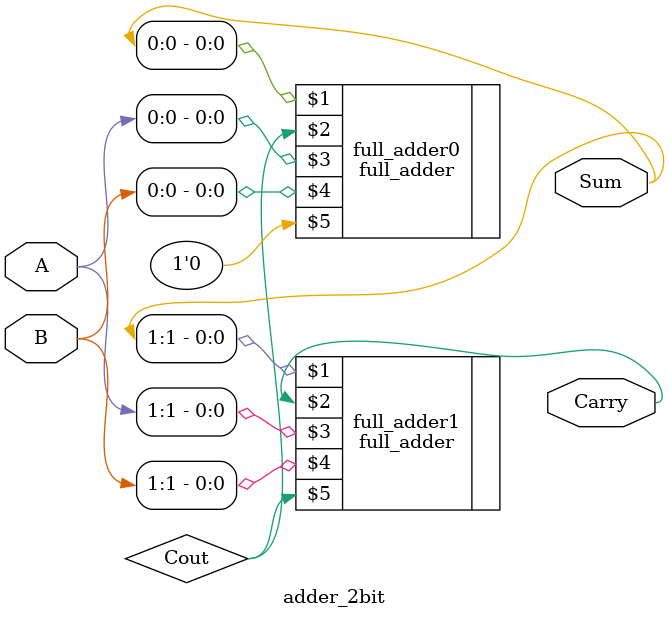
<source format=v>
`timescale 1ns / 1ps
`default_nettype none

module adder_2bit(Carry, Sum, A, B);
    output wire Carry; //carry is a 1-bit output
    output wire [1:0] Sum; //Sum is a 2-bit output
    input wire [1:0] A, B; //A, B are 2-bit inputs
    
    /*declare internal wire*/
    wire Cout;
    
    /*utilize full adders to build ripple carry*/
    full_adder full_adder0(Sum[0], Cout, A[0], B[0], 1'b0);
    full_adder full_adder1(Sum[1], Carry, A[1], B[1], Cout);
    
endmodule
</source>
